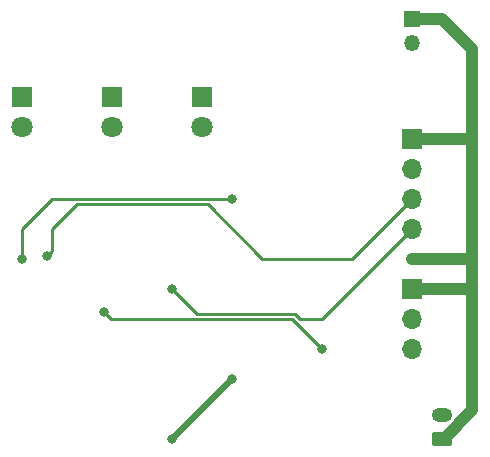
<source format=gbr>
%TF.GenerationSoftware,KiCad,Pcbnew,7.0.9*%
%TF.CreationDate,2023-12-04T00:09:17-03:00*%
%TF.ProjectId,regador,72656761-646f-4722-9e6b-696361645f70,1.0*%
%TF.SameCoordinates,Original*%
%TF.FileFunction,Copper,L2,Bot*%
%TF.FilePolarity,Positive*%
%FSLAX46Y46*%
G04 Gerber Fmt 4.6, Leading zero omitted, Abs format (unit mm)*
G04 Created by KiCad (PCBNEW 7.0.9) date 2023-12-04 00:09:17*
%MOMM*%
%LPD*%
G01*
G04 APERTURE LIST*
G04 Aperture macros list*
%AMRoundRect*
0 Rectangle with rounded corners*
0 $1 Rounding radius*
0 $2 $3 $4 $5 $6 $7 $8 $9 X,Y pos of 4 corners*
0 Add a 4 corners polygon primitive as box body*
4,1,4,$2,$3,$4,$5,$6,$7,$8,$9,$2,$3,0*
0 Add four circle primitives for the rounded corners*
1,1,$1+$1,$2,$3*
1,1,$1+$1,$4,$5*
1,1,$1+$1,$6,$7*
1,1,$1+$1,$8,$9*
0 Add four rect primitives between the rounded corners*
20,1,$1+$1,$2,$3,$4,$5,0*
20,1,$1+$1,$4,$5,$6,$7,0*
20,1,$1+$1,$6,$7,$8,$9,0*
20,1,$1+$1,$8,$9,$2,$3,0*%
G04 Aperture macros list end*
%TA.AperFunction,ComponentPad*%
%ADD10R,1.800000X1.800000*%
%TD*%
%TA.AperFunction,ComponentPad*%
%ADD11C,1.800000*%
%TD*%
%TA.AperFunction,ComponentPad*%
%ADD12R,1.700000X1.700000*%
%TD*%
%TA.AperFunction,ComponentPad*%
%ADD13O,1.700000X1.700000*%
%TD*%
%TA.AperFunction,ComponentPad*%
%ADD14O,1.350000X1.350000*%
%TD*%
%TA.AperFunction,ComponentPad*%
%ADD15R,1.350000X1.350000*%
%TD*%
%TA.AperFunction,ComponentPad*%
%ADD16RoundRect,0.250000X0.625000X-0.350000X0.625000X0.350000X-0.625000X0.350000X-0.625000X-0.350000X0*%
%TD*%
%TA.AperFunction,ComponentPad*%
%ADD17O,1.750000X1.200000*%
%TD*%
%TA.AperFunction,ViaPad*%
%ADD18C,0.800000*%
%TD*%
%TA.AperFunction,Conductor*%
%ADD19C,1.000000*%
%TD*%
%TA.AperFunction,Conductor*%
%ADD20C,0.250000*%
%TD*%
%TA.AperFunction,Conductor*%
%ADD21C,0.500000*%
%TD*%
G04 APERTURE END LIST*
D10*
%TO.P,D2,1,K*%
%TO.N,Net-(D2-K)*%
X117790000Y-89664950D03*
D11*
%TO.P,D2,2,A*%
%TO.N,/B2*%
X117790000Y-92204950D03*
%TD*%
D10*
%TO.P,D3,1,K*%
%TO.N,Net-(D3-K)*%
X110170000Y-89664950D03*
D11*
%TO.P,D3,2,A*%
%TO.N,/B3*%
X110170000Y-92204950D03*
%TD*%
%TO.P,D1,2,A*%
%TO.N,/B1*%
X125410000Y-92204950D03*
D10*
%TO.P,D1,1,K*%
%TO.N,Net-(D1-K)*%
X125410000Y-89664950D03*
%TD*%
D12*
%TO.P,J4,1,Pin_1*%
%TO.N,GND*%
X143190000Y-105915050D03*
D13*
%TO.P,J4,2,Pin_2*%
%TO.N,VCC*%
X143190000Y-108455050D03*
%TO.P,J4,3,Pin_3*%
%TO.N,/A1*%
X143190000Y-110995050D03*
%TD*%
D12*
%TO.P,J3,1,Pin_1*%
%TO.N,GND*%
X143190000Y-93215050D03*
D13*
%TO.P,J3,2,Pin_2*%
%TO.N,VCC*%
X143190000Y-95755050D03*
%TO.P,J3,3,Pin_3*%
%TO.N,/B4*%
X143190000Y-98295050D03*
%TO.P,J3,4,Pin_4*%
%TO.N,/A0*%
X143190000Y-100835050D03*
%TD*%
D14*
%TO.P,J2,2,Pin_2*%
%TO.N,Net-(J2-Pin_2)*%
X143190000Y-85055050D03*
D15*
%TO.P,J2,1,Pin_1*%
%TO.N,GND*%
X143190000Y-83055050D03*
%TD*%
D16*
%TO.P,J1,1,Pin_1*%
%TO.N,GND*%
X145730000Y-118615050D03*
D17*
%TO.P,J1,2,Pin_2*%
%TO.N,VCC*%
X145730000Y-116615050D03*
%TD*%
D18*
%TO.N,Net-(D4-A)*%
X122870000Y-118615050D03*
X127950000Y-113535050D03*
%TO.N,Net-(D4-K)*%
X117065500Y-107875550D03*
X135570000Y-110995050D03*
%TO.N,/A0*%
X122870000Y-105915050D03*
%TO.N,/B4*%
X112296206Y-103150954D03*
%TO.N,/Pump*%
X110170000Y-103375050D03*
X127950000Y-98295050D03*
%TO.N,GND*%
X143190000Y-103375050D03*
%TD*%
D19*
%TO.N,GND*%
X145843478Y-118615050D02*
X148270000Y-116188528D01*
X145730000Y-118615050D02*
X145843478Y-118615050D01*
X148270000Y-116188528D02*
X148270000Y-105915050D01*
X145730000Y-83055050D02*
X143190000Y-83055050D01*
X148270000Y-85595050D02*
X145730000Y-83055050D01*
X148270000Y-93215050D02*
X148270000Y-85595050D01*
X143190000Y-93215050D02*
X148270000Y-93215050D01*
X148270000Y-103375050D02*
X148270000Y-93215050D01*
X143190000Y-103375050D02*
X148270000Y-103375050D01*
X148270000Y-105915050D02*
X143190000Y-105915050D01*
X148270000Y-103375050D02*
X148270000Y-105915050D01*
D20*
%TO.N,/Pump*%
X112710000Y-98295050D02*
X110170000Y-100835050D01*
X127950000Y-98295050D02*
X112710000Y-98295050D01*
X110170000Y-100835050D02*
X110170000Y-103375050D01*
%TO.N,/A0*%
X124960000Y-108005050D02*
X122870000Y-105915050D01*
X133666396Y-108455050D02*
X133216396Y-108005050D01*
X133216396Y-108005050D02*
X124960000Y-108005050D01*
X135570000Y-108455050D02*
X133666396Y-108455050D01*
%TO.N,/B4*%
X112710000Y-100835050D02*
X112710000Y-102737160D01*
X112710000Y-102737160D02*
X112296206Y-103150954D01*
X114800000Y-98745050D02*
X112710000Y-100835050D01*
X130490000Y-103375050D02*
X125860000Y-98745050D01*
X138110000Y-103375050D02*
X130490000Y-103375050D01*
X125860000Y-98745050D02*
X114800000Y-98745050D01*
D21*
%TO.N,Net-(D4-A)*%
X127950000Y-113535050D02*
X122870000Y-118615050D01*
D20*
%TO.N,Net-(D4-K)*%
X127950000Y-108455050D02*
X133030000Y-108455050D01*
X117645000Y-108455050D02*
X127950000Y-108455050D01*
X135570000Y-110995050D02*
X133030000Y-108455050D01*
X117065500Y-107875550D02*
X117645000Y-108455050D01*
%TO.N,/A0*%
X143190000Y-100835050D02*
X135570000Y-108455050D01*
%TO.N,/B4*%
X143190000Y-98295050D02*
X138110000Y-103375050D01*
%TD*%
M02*

</source>
